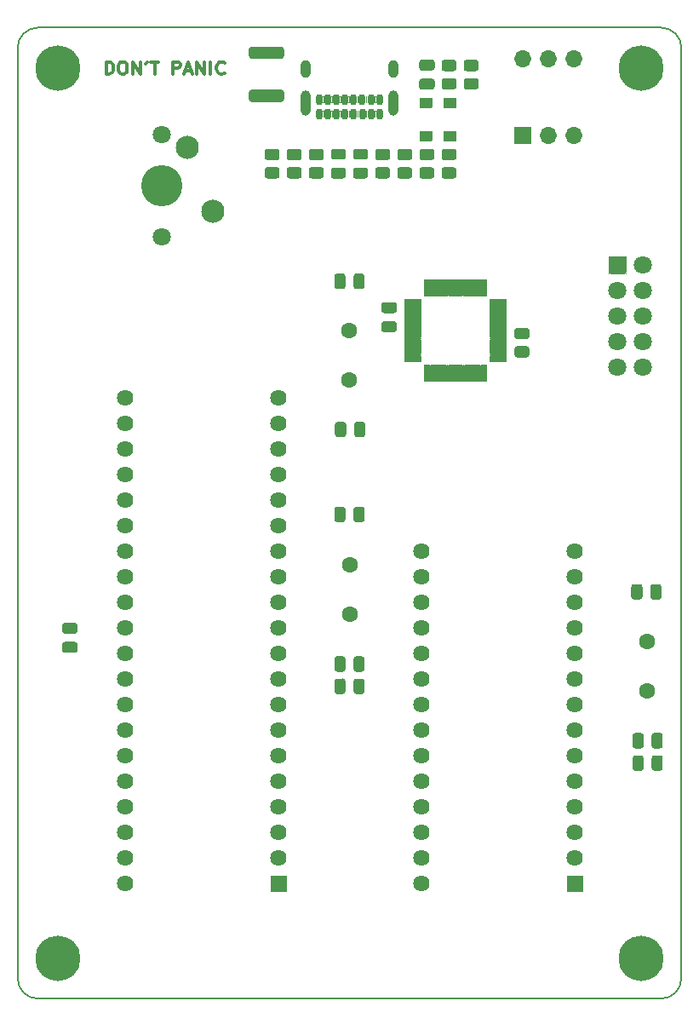
<source format=gbr>
%TF.GenerationSoftware,KiCad,Pcbnew,5.1.10-88a1d61d58~88~ubuntu21.04.1*%
%TF.CreationDate,2021-07-07T15:16:44+02:00*%
%TF.ProjectId,USBaspDualZif,55534261-7370-4447-9561-6c5a69662e6b,V1.0*%
%TF.SameCoordinates,Original*%
%TF.FileFunction,Soldermask,Top*%
%TF.FilePolarity,Negative*%
%FSLAX46Y46*%
G04 Gerber Fmt 4.6, Leading zero omitted, Abs format (unit mm)*
G04 Created by KiCad (PCBNEW 5.1.10-88a1d61d58~88~ubuntu21.04.1) date 2021-07-07 15:16:44*
%MOMM*%
%LPD*%
G01*
G04 APERTURE LIST*
%ADD10C,0.300000*%
%TA.AperFunction,Profile*%
%ADD11C,0.200000*%
%TD*%
%ADD12O,0.752000X1.102000*%
%ADD13O,1.002000X2.502000*%
%ADD14O,1.002000X1.802000*%
%ADD15C,2.302000*%
%ADD16C,4.102000*%
%ADD17C,1.802000*%
%ADD18C,1.602000*%
%ADD19C,1.626000*%
%ADD20O,1.702000X1.702000*%
%ADD21C,4.502000*%
%ADD22C,0.150000*%
G04 APERTURE END LIST*
D10*
X55618000Y-63026857D02*
X55618000Y-61826857D01*
X55927523Y-61826857D01*
X56113238Y-61884000D01*
X56237047Y-61998285D01*
X56298952Y-62112571D01*
X56360857Y-62341142D01*
X56360857Y-62512571D01*
X56298952Y-62741142D01*
X56237047Y-62855428D01*
X56113238Y-62969714D01*
X55927523Y-63026857D01*
X55618000Y-63026857D01*
X57165619Y-61826857D02*
X57413238Y-61826857D01*
X57537047Y-61884000D01*
X57660857Y-61998285D01*
X57722761Y-62226857D01*
X57722761Y-62626857D01*
X57660857Y-62855428D01*
X57537047Y-62969714D01*
X57413238Y-63026857D01*
X57165619Y-63026857D01*
X57041809Y-62969714D01*
X56918000Y-62855428D01*
X56856095Y-62626857D01*
X56856095Y-62226857D01*
X56918000Y-61998285D01*
X57041809Y-61884000D01*
X57165619Y-61826857D01*
X58279904Y-63026857D02*
X58279904Y-61826857D01*
X59022761Y-63026857D01*
X59022761Y-61826857D01*
X59703714Y-61826857D02*
X59579904Y-62055428D01*
X60075142Y-61826857D02*
X60818000Y-61826857D01*
X60446571Y-63026857D02*
X60446571Y-61826857D01*
X62241809Y-63026857D02*
X62241809Y-61826857D01*
X62737047Y-61826857D01*
X62860857Y-61884000D01*
X62922761Y-61941142D01*
X62984666Y-62055428D01*
X62984666Y-62226857D01*
X62922761Y-62341142D01*
X62860857Y-62398285D01*
X62737047Y-62455428D01*
X62241809Y-62455428D01*
X63479904Y-62684000D02*
X64098952Y-62684000D01*
X63356095Y-63026857D02*
X63789428Y-61826857D01*
X64222761Y-63026857D01*
X64656095Y-63026857D02*
X64656095Y-61826857D01*
X65398952Y-63026857D01*
X65398952Y-61826857D01*
X66018000Y-63026857D02*
X66018000Y-61826857D01*
X67379904Y-62912571D02*
X67318000Y-62969714D01*
X67132285Y-63026857D01*
X67008476Y-63026857D01*
X66822761Y-62969714D01*
X66698952Y-62855428D01*
X66637047Y-62741142D01*
X66575142Y-62512571D01*
X66575142Y-62341142D01*
X66637047Y-62112571D01*
X66698952Y-61998285D01*
X66822761Y-61884000D01*
X67008476Y-61826857D01*
X67132285Y-61826857D01*
X67318000Y-61884000D01*
X67379904Y-61941142D01*
D11*
X48821500Y-58418500D02*
G75*
G03*
X46821500Y-60418500I0J-2000000D01*
G01*
X46821500Y-152917500D02*
G75*
G03*
X48821500Y-154917500I2000000J0D01*
G01*
X110823500Y-154916000D02*
G75*
G03*
X112823500Y-152916000I0J2000000D01*
G01*
X112823500Y-60420000D02*
G75*
G03*
X110823500Y-58420000I-2000000J0D01*
G01*
X46821500Y-152917500D02*
X46821500Y-60418500D01*
X110823500Y-154916000D02*
X48821500Y-154917500D01*
X112823500Y-60420000D02*
X112823500Y-152916000D01*
X48821500Y-58418500D02*
X110823500Y-58420000D01*
D10*
X55618000Y-63026857D02*
X55618000Y-61826857D01*
X55927523Y-61826857D01*
X56113238Y-61884000D01*
X56237047Y-61998285D01*
X56298952Y-62112571D01*
X56360857Y-62341142D01*
X56360857Y-62512571D01*
X56298952Y-62741142D01*
X56237047Y-62855428D01*
X56113238Y-62969714D01*
X55927523Y-63026857D01*
X55618000Y-63026857D01*
X57165619Y-61826857D02*
X57413238Y-61826857D01*
X57537047Y-61884000D01*
X57660857Y-61998285D01*
X57722761Y-62226857D01*
X57722761Y-62626857D01*
X57660857Y-62855428D01*
X57537047Y-62969714D01*
X57413238Y-63026857D01*
X57165619Y-63026857D01*
X57041809Y-62969714D01*
X56918000Y-62855428D01*
X56856095Y-62626857D01*
X56856095Y-62226857D01*
X56918000Y-61998285D01*
X57041809Y-61884000D01*
X57165619Y-61826857D01*
X58279904Y-63026857D02*
X58279904Y-61826857D01*
X59022761Y-63026857D01*
X59022761Y-61826857D01*
X59703714Y-61826857D02*
X59579904Y-62055428D01*
X60075142Y-61826857D02*
X60818000Y-61826857D01*
X60446571Y-63026857D02*
X60446571Y-61826857D01*
X62241809Y-63026857D02*
X62241809Y-61826857D01*
X62737047Y-61826857D01*
X62860857Y-61884000D01*
X62922761Y-61941142D01*
X62984666Y-62055428D01*
X62984666Y-62226857D01*
X62922761Y-62341142D01*
X62860857Y-62398285D01*
X62737047Y-62455428D01*
X62241809Y-62455428D01*
X63479904Y-62684000D02*
X64098952Y-62684000D01*
X63356095Y-63026857D02*
X63789428Y-61826857D01*
X64222761Y-63026857D01*
X64656095Y-63026857D02*
X64656095Y-61826857D01*
X65398952Y-63026857D01*
X65398952Y-61826857D01*
X66018000Y-63026857D02*
X66018000Y-61826857D01*
X67379904Y-62912571D02*
X67318000Y-62969714D01*
X67132285Y-63026857D01*
X67008476Y-63026857D01*
X66822761Y-62969714D01*
X66698952Y-62855428D01*
X66637047Y-62741142D01*
X66575142Y-62512571D01*
X66575142Y-62341142D01*
X66637047Y-62112571D01*
X66698952Y-61998285D01*
X66822761Y-61884000D01*
X67008476Y-61826857D01*
X67132285Y-61826857D01*
X67318000Y-61884000D01*
X67379904Y-61941142D01*
D11*
X48821500Y-58418500D02*
G75*
G03*
X46821500Y-60418500I0J-2000000D01*
G01*
X46821500Y-152917500D02*
G75*
G03*
X48821500Y-154917500I2000000J0D01*
G01*
X110823500Y-154916000D02*
G75*
G03*
X112823500Y-152916000I0J2000000D01*
G01*
X112823500Y-60420000D02*
G75*
G03*
X110823500Y-58420000I-2000000J0D01*
G01*
X46821500Y-152917500D02*
X46821500Y-60418500D01*
X110823500Y-154916000D02*
X48821500Y-154917500D01*
X112823500Y-60420000D02*
X112823500Y-152916000D01*
X48821500Y-58418500D02*
X110823500Y-58420000D01*
D12*
X81094500Y-66996500D03*
X82794500Y-66996500D03*
X81944500Y-66996500D03*
X80244500Y-66996500D03*
X79394500Y-66996500D03*
X78544500Y-66996500D03*
X77694500Y-66996500D03*
X76844500Y-66996500D03*
X82794500Y-65544500D03*
X81939500Y-65544500D03*
X81089500Y-65544500D03*
X80239500Y-65544500D03*
X79389500Y-65544500D03*
X78539500Y-65544500D03*
X77689500Y-65544500D03*
X76839500Y-65544500D03*
D13*
X84144500Y-65953000D03*
X75494500Y-65953000D03*
D14*
X84144500Y-62573000D03*
X75494500Y-62573000D03*
D15*
X66205100Y-76644500D03*
X63665100Y-70294500D03*
D16*
X61125100Y-74104500D03*
D17*
X61125100Y-69024500D03*
X61125100Y-79184500D03*
D18*
X109385100Y-124310800D03*
X109385100Y-119430800D03*
X79883000Y-116703500D03*
X79883000Y-111823500D03*
X79819500Y-93399000D03*
X79819500Y-88519000D03*
D19*
X86995000Y-143505000D03*
X86995000Y-140965000D03*
X86995000Y-138425000D03*
X86995000Y-135885000D03*
X86995000Y-133345000D03*
X86995000Y-130805000D03*
X86995000Y-128265000D03*
X86995000Y-125725000D03*
X86995000Y-123185000D03*
X86995000Y-120645000D03*
X86995000Y-118105000D03*
X86995000Y-115565000D03*
X86995000Y-113025000D03*
X86995000Y-110485000D03*
X102235000Y-110485000D03*
X102235000Y-113025000D03*
X102235000Y-115565000D03*
X102235000Y-118105000D03*
X102235000Y-120645000D03*
X102235000Y-123185000D03*
X102235000Y-125725000D03*
X102235000Y-128265000D03*
X102235000Y-130805000D03*
X102235000Y-133345000D03*
X102235000Y-135885000D03*
X102235000Y-138425000D03*
X102235000Y-140965000D03*
G36*
G01*
X102997000Y-144318000D02*
X101473000Y-144318000D01*
G75*
G02*
X101422000Y-144267000I0J51000D01*
G01*
X101422000Y-142743000D01*
G75*
G02*
X101473000Y-142692000I51000J0D01*
G01*
X102997000Y-142692000D01*
G75*
G02*
X103048000Y-142743000I0J-51000D01*
G01*
X103048000Y-144267000D01*
G75*
G02*
X102997000Y-144318000I-51000J0D01*
G01*
G37*
G36*
G01*
X85259500Y-86009500D02*
X85259500Y-85459500D01*
G75*
G02*
X85310500Y-85408500I51000J0D01*
G01*
X86910500Y-85408500D01*
G75*
G02*
X86961500Y-85459500I0J-51000D01*
G01*
X86961500Y-86009500D01*
G75*
G02*
X86910500Y-86060500I-51000J0D01*
G01*
X85310500Y-86060500D01*
G75*
G02*
X85259500Y-86009500I0J51000D01*
G01*
G37*
G36*
G01*
X85259500Y-86809500D02*
X85259500Y-86259500D01*
G75*
G02*
X85310500Y-86208500I51000J0D01*
G01*
X86910500Y-86208500D01*
G75*
G02*
X86961500Y-86259500I0J-51000D01*
G01*
X86961500Y-86809500D01*
G75*
G02*
X86910500Y-86860500I-51000J0D01*
G01*
X85310500Y-86860500D01*
G75*
G02*
X85259500Y-86809500I0J51000D01*
G01*
G37*
G36*
G01*
X85259500Y-87609500D02*
X85259500Y-87059500D01*
G75*
G02*
X85310500Y-87008500I51000J0D01*
G01*
X86910500Y-87008500D01*
G75*
G02*
X86961500Y-87059500I0J-51000D01*
G01*
X86961500Y-87609500D01*
G75*
G02*
X86910500Y-87660500I-51000J0D01*
G01*
X85310500Y-87660500D01*
G75*
G02*
X85259500Y-87609500I0J51000D01*
G01*
G37*
G36*
G01*
X85259500Y-88409500D02*
X85259500Y-87859500D01*
G75*
G02*
X85310500Y-87808500I51000J0D01*
G01*
X86910500Y-87808500D01*
G75*
G02*
X86961500Y-87859500I0J-51000D01*
G01*
X86961500Y-88409500D01*
G75*
G02*
X86910500Y-88460500I-51000J0D01*
G01*
X85310500Y-88460500D01*
G75*
G02*
X85259500Y-88409500I0J51000D01*
G01*
G37*
G36*
G01*
X85259500Y-89209500D02*
X85259500Y-88659500D01*
G75*
G02*
X85310500Y-88608500I51000J0D01*
G01*
X86910500Y-88608500D01*
G75*
G02*
X86961500Y-88659500I0J-51000D01*
G01*
X86961500Y-89209500D01*
G75*
G02*
X86910500Y-89260500I-51000J0D01*
G01*
X85310500Y-89260500D01*
G75*
G02*
X85259500Y-89209500I0J51000D01*
G01*
G37*
G36*
G01*
X85259500Y-90009500D02*
X85259500Y-89459500D01*
G75*
G02*
X85310500Y-89408500I51000J0D01*
G01*
X86910500Y-89408500D01*
G75*
G02*
X86961500Y-89459500I0J-51000D01*
G01*
X86961500Y-90009500D01*
G75*
G02*
X86910500Y-90060500I-51000J0D01*
G01*
X85310500Y-90060500D01*
G75*
G02*
X85259500Y-90009500I0J51000D01*
G01*
G37*
G36*
G01*
X85259500Y-90809500D02*
X85259500Y-90259500D01*
G75*
G02*
X85310500Y-90208500I51000J0D01*
G01*
X86910500Y-90208500D01*
G75*
G02*
X86961500Y-90259500I0J-51000D01*
G01*
X86961500Y-90809500D01*
G75*
G02*
X86910500Y-90860500I-51000J0D01*
G01*
X85310500Y-90860500D01*
G75*
G02*
X85259500Y-90809500I0J51000D01*
G01*
G37*
G36*
G01*
X85259500Y-91609500D02*
X85259500Y-91059500D01*
G75*
G02*
X85310500Y-91008500I51000J0D01*
G01*
X86910500Y-91008500D01*
G75*
G02*
X86961500Y-91059500I0J-51000D01*
G01*
X86961500Y-91609500D01*
G75*
G02*
X86910500Y-91660500I-51000J0D01*
G01*
X85310500Y-91660500D01*
G75*
G02*
X85259500Y-91609500I0J51000D01*
G01*
G37*
G36*
G01*
X87835500Y-93635500D02*
X87285500Y-93635500D01*
G75*
G02*
X87234500Y-93584500I0J51000D01*
G01*
X87234500Y-91984500D01*
G75*
G02*
X87285500Y-91933500I51000J0D01*
G01*
X87835500Y-91933500D01*
G75*
G02*
X87886500Y-91984500I0J-51000D01*
G01*
X87886500Y-93584500D01*
G75*
G02*
X87835500Y-93635500I-51000J0D01*
G01*
G37*
G36*
G01*
X88635500Y-93635500D02*
X88085500Y-93635500D01*
G75*
G02*
X88034500Y-93584500I0J51000D01*
G01*
X88034500Y-91984500D01*
G75*
G02*
X88085500Y-91933500I51000J0D01*
G01*
X88635500Y-91933500D01*
G75*
G02*
X88686500Y-91984500I0J-51000D01*
G01*
X88686500Y-93584500D01*
G75*
G02*
X88635500Y-93635500I-51000J0D01*
G01*
G37*
G36*
G01*
X89435500Y-93635500D02*
X88885500Y-93635500D01*
G75*
G02*
X88834500Y-93584500I0J51000D01*
G01*
X88834500Y-91984500D01*
G75*
G02*
X88885500Y-91933500I51000J0D01*
G01*
X89435500Y-91933500D01*
G75*
G02*
X89486500Y-91984500I0J-51000D01*
G01*
X89486500Y-93584500D01*
G75*
G02*
X89435500Y-93635500I-51000J0D01*
G01*
G37*
G36*
G01*
X90235500Y-93635500D02*
X89685500Y-93635500D01*
G75*
G02*
X89634500Y-93584500I0J51000D01*
G01*
X89634500Y-91984500D01*
G75*
G02*
X89685500Y-91933500I51000J0D01*
G01*
X90235500Y-91933500D01*
G75*
G02*
X90286500Y-91984500I0J-51000D01*
G01*
X90286500Y-93584500D01*
G75*
G02*
X90235500Y-93635500I-51000J0D01*
G01*
G37*
G36*
G01*
X91035500Y-93635500D02*
X90485500Y-93635500D01*
G75*
G02*
X90434500Y-93584500I0J51000D01*
G01*
X90434500Y-91984500D01*
G75*
G02*
X90485500Y-91933500I51000J0D01*
G01*
X91035500Y-91933500D01*
G75*
G02*
X91086500Y-91984500I0J-51000D01*
G01*
X91086500Y-93584500D01*
G75*
G02*
X91035500Y-93635500I-51000J0D01*
G01*
G37*
G36*
G01*
X91835500Y-93635500D02*
X91285500Y-93635500D01*
G75*
G02*
X91234500Y-93584500I0J51000D01*
G01*
X91234500Y-91984500D01*
G75*
G02*
X91285500Y-91933500I51000J0D01*
G01*
X91835500Y-91933500D01*
G75*
G02*
X91886500Y-91984500I0J-51000D01*
G01*
X91886500Y-93584500D01*
G75*
G02*
X91835500Y-93635500I-51000J0D01*
G01*
G37*
G36*
G01*
X92635500Y-93635500D02*
X92085500Y-93635500D01*
G75*
G02*
X92034500Y-93584500I0J51000D01*
G01*
X92034500Y-91984500D01*
G75*
G02*
X92085500Y-91933500I51000J0D01*
G01*
X92635500Y-91933500D01*
G75*
G02*
X92686500Y-91984500I0J-51000D01*
G01*
X92686500Y-93584500D01*
G75*
G02*
X92635500Y-93635500I-51000J0D01*
G01*
G37*
G36*
G01*
X93435500Y-93635500D02*
X92885500Y-93635500D01*
G75*
G02*
X92834500Y-93584500I0J51000D01*
G01*
X92834500Y-91984500D01*
G75*
G02*
X92885500Y-91933500I51000J0D01*
G01*
X93435500Y-91933500D01*
G75*
G02*
X93486500Y-91984500I0J-51000D01*
G01*
X93486500Y-93584500D01*
G75*
G02*
X93435500Y-93635500I-51000J0D01*
G01*
G37*
G36*
G01*
X93759500Y-91609500D02*
X93759500Y-91059500D01*
G75*
G02*
X93810500Y-91008500I51000J0D01*
G01*
X95410500Y-91008500D01*
G75*
G02*
X95461500Y-91059500I0J-51000D01*
G01*
X95461500Y-91609500D01*
G75*
G02*
X95410500Y-91660500I-51000J0D01*
G01*
X93810500Y-91660500D01*
G75*
G02*
X93759500Y-91609500I0J51000D01*
G01*
G37*
G36*
G01*
X93759500Y-90809500D02*
X93759500Y-90259500D01*
G75*
G02*
X93810500Y-90208500I51000J0D01*
G01*
X95410500Y-90208500D01*
G75*
G02*
X95461500Y-90259500I0J-51000D01*
G01*
X95461500Y-90809500D01*
G75*
G02*
X95410500Y-90860500I-51000J0D01*
G01*
X93810500Y-90860500D01*
G75*
G02*
X93759500Y-90809500I0J51000D01*
G01*
G37*
G36*
G01*
X93759500Y-90009500D02*
X93759500Y-89459500D01*
G75*
G02*
X93810500Y-89408500I51000J0D01*
G01*
X95410500Y-89408500D01*
G75*
G02*
X95461500Y-89459500I0J-51000D01*
G01*
X95461500Y-90009500D01*
G75*
G02*
X95410500Y-90060500I-51000J0D01*
G01*
X93810500Y-90060500D01*
G75*
G02*
X93759500Y-90009500I0J51000D01*
G01*
G37*
G36*
G01*
X93759500Y-89209500D02*
X93759500Y-88659500D01*
G75*
G02*
X93810500Y-88608500I51000J0D01*
G01*
X95410500Y-88608500D01*
G75*
G02*
X95461500Y-88659500I0J-51000D01*
G01*
X95461500Y-89209500D01*
G75*
G02*
X95410500Y-89260500I-51000J0D01*
G01*
X93810500Y-89260500D01*
G75*
G02*
X93759500Y-89209500I0J51000D01*
G01*
G37*
G36*
G01*
X93759500Y-88409500D02*
X93759500Y-87859500D01*
G75*
G02*
X93810500Y-87808500I51000J0D01*
G01*
X95410500Y-87808500D01*
G75*
G02*
X95461500Y-87859500I0J-51000D01*
G01*
X95461500Y-88409500D01*
G75*
G02*
X95410500Y-88460500I-51000J0D01*
G01*
X93810500Y-88460500D01*
G75*
G02*
X93759500Y-88409500I0J51000D01*
G01*
G37*
G36*
G01*
X93759500Y-87609500D02*
X93759500Y-87059500D01*
G75*
G02*
X93810500Y-87008500I51000J0D01*
G01*
X95410500Y-87008500D01*
G75*
G02*
X95461500Y-87059500I0J-51000D01*
G01*
X95461500Y-87609500D01*
G75*
G02*
X95410500Y-87660500I-51000J0D01*
G01*
X93810500Y-87660500D01*
G75*
G02*
X93759500Y-87609500I0J51000D01*
G01*
G37*
G36*
G01*
X93759500Y-86809500D02*
X93759500Y-86259500D01*
G75*
G02*
X93810500Y-86208500I51000J0D01*
G01*
X95410500Y-86208500D01*
G75*
G02*
X95461500Y-86259500I0J-51000D01*
G01*
X95461500Y-86809500D01*
G75*
G02*
X95410500Y-86860500I-51000J0D01*
G01*
X93810500Y-86860500D01*
G75*
G02*
X93759500Y-86809500I0J51000D01*
G01*
G37*
G36*
G01*
X93759500Y-86009500D02*
X93759500Y-85459500D01*
G75*
G02*
X93810500Y-85408500I51000J0D01*
G01*
X95410500Y-85408500D01*
G75*
G02*
X95461500Y-85459500I0J-51000D01*
G01*
X95461500Y-86009500D01*
G75*
G02*
X95410500Y-86060500I-51000J0D01*
G01*
X93810500Y-86060500D01*
G75*
G02*
X93759500Y-86009500I0J51000D01*
G01*
G37*
G36*
G01*
X93435500Y-85135500D02*
X92885500Y-85135500D01*
G75*
G02*
X92834500Y-85084500I0J51000D01*
G01*
X92834500Y-83484500D01*
G75*
G02*
X92885500Y-83433500I51000J0D01*
G01*
X93435500Y-83433500D01*
G75*
G02*
X93486500Y-83484500I0J-51000D01*
G01*
X93486500Y-85084500D01*
G75*
G02*
X93435500Y-85135500I-51000J0D01*
G01*
G37*
G36*
G01*
X92635500Y-85135500D02*
X92085500Y-85135500D01*
G75*
G02*
X92034500Y-85084500I0J51000D01*
G01*
X92034500Y-83484500D01*
G75*
G02*
X92085500Y-83433500I51000J0D01*
G01*
X92635500Y-83433500D01*
G75*
G02*
X92686500Y-83484500I0J-51000D01*
G01*
X92686500Y-85084500D01*
G75*
G02*
X92635500Y-85135500I-51000J0D01*
G01*
G37*
G36*
G01*
X91835500Y-85135500D02*
X91285500Y-85135500D01*
G75*
G02*
X91234500Y-85084500I0J51000D01*
G01*
X91234500Y-83484500D01*
G75*
G02*
X91285500Y-83433500I51000J0D01*
G01*
X91835500Y-83433500D01*
G75*
G02*
X91886500Y-83484500I0J-51000D01*
G01*
X91886500Y-85084500D01*
G75*
G02*
X91835500Y-85135500I-51000J0D01*
G01*
G37*
G36*
G01*
X91035500Y-85135500D02*
X90485500Y-85135500D01*
G75*
G02*
X90434500Y-85084500I0J51000D01*
G01*
X90434500Y-83484500D01*
G75*
G02*
X90485500Y-83433500I51000J0D01*
G01*
X91035500Y-83433500D01*
G75*
G02*
X91086500Y-83484500I0J-51000D01*
G01*
X91086500Y-85084500D01*
G75*
G02*
X91035500Y-85135500I-51000J0D01*
G01*
G37*
G36*
G01*
X90235500Y-85135500D02*
X89685500Y-85135500D01*
G75*
G02*
X89634500Y-85084500I0J51000D01*
G01*
X89634500Y-83484500D01*
G75*
G02*
X89685500Y-83433500I51000J0D01*
G01*
X90235500Y-83433500D01*
G75*
G02*
X90286500Y-83484500I0J-51000D01*
G01*
X90286500Y-85084500D01*
G75*
G02*
X90235500Y-85135500I-51000J0D01*
G01*
G37*
G36*
G01*
X89435500Y-85135500D02*
X88885500Y-85135500D01*
G75*
G02*
X88834500Y-85084500I0J51000D01*
G01*
X88834500Y-83484500D01*
G75*
G02*
X88885500Y-83433500I51000J0D01*
G01*
X89435500Y-83433500D01*
G75*
G02*
X89486500Y-83484500I0J-51000D01*
G01*
X89486500Y-85084500D01*
G75*
G02*
X89435500Y-85135500I-51000J0D01*
G01*
G37*
G36*
G01*
X88635500Y-85135500D02*
X88085500Y-85135500D01*
G75*
G02*
X88034500Y-85084500I0J51000D01*
G01*
X88034500Y-83484500D01*
G75*
G02*
X88085500Y-83433500I51000J0D01*
G01*
X88635500Y-83433500D01*
G75*
G02*
X88686500Y-83484500I0J-51000D01*
G01*
X88686500Y-85084500D01*
G75*
G02*
X88635500Y-85135500I-51000J0D01*
G01*
G37*
G36*
G01*
X87835500Y-85135500D02*
X87285500Y-85135500D01*
G75*
G02*
X87234500Y-85084500I0J51000D01*
G01*
X87234500Y-83484500D01*
G75*
G02*
X87285500Y-83433500I51000J0D01*
G01*
X87835500Y-83433500D01*
G75*
G02*
X87886500Y-83484500I0J-51000D01*
G01*
X87886500Y-85084500D01*
G75*
G02*
X87835500Y-85135500I-51000J0D01*
G01*
G37*
D17*
X109029500Y-92202000D03*
X109029500Y-89662000D03*
X109029500Y-87122000D03*
X109029500Y-84582000D03*
X109029500Y-82042000D03*
X106489500Y-92202000D03*
X106489500Y-89662000D03*
X106489500Y-87122000D03*
X106489500Y-84582000D03*
G36*
G01*
X105588500Y-82678000D02*
X105588500Y-81406000D01*
G75*
G02*
X105853500Y-81141000I265000J0D01*
G01*
X107125500Y-81141000D01*
G75*
G02*
X107390500Y-81406000I0J-265000D01*
G01*
X107390500Y-82678000D01*
G75*
G02*
X107125500Y-82943000I-265000J0D01*
G01*
X105853500Y-82943000D01*
G75*
G02*
X105588500Y-82678000I0J265000D01*
G01*
G37*
G36*
G01*
X90419500Y-66396500D02*
X89219500Y-66396500D01*
G75*
G02*
X89168500Y-66345500I0J51000D01*
G01*
X89168500Y-65445500D01*
G75*
G02*
X89219500Y-65394500I51000J0D01*
G01*
X90419500Y-65394500D01*
G75*
G02*
X90470500Y-65445500I0J-51000D01*
G01*
X90470500Y-66345500D01*
G75*
G02*
X90419500Y-66396500I-51000J0D01*
G01*
G37*
G36*
G01*
X90419500Y-69696500D02*
X89219500Y-69696500D01*
G75*
G02*
X89168500Y-69645500I0J51000D01*
G01*
X89168500Y-68745500D01*
G75*
G02*
X89219500Y-68694500I51000J0D01*
G01*
X90419500Y-68694500D01*
G75*
G02*
X90470500Y-68745500I0J-51000D01*
G01*
X90470500Y-69645500D01*
G75*
G02*
X90419500Y-69696500I-51000J0D01*
G01*
G37*
G36*
G01*
X88019500Y-66396500D02*
X86819500Y-66396500D01*
G75*
G02*
X86768500Y-66345500I0J51000D01*
G01*
X86768500Y-65445500D01*
G75*
G02*
X86819500Y-65394500I51000J0D01*
G01*
X88019500Y-65394500D01*
G75*
G02*
X88070500Y-65445500I0J-51000D01*
G01*
X88070500Y-66345500D01*
G75*
G02*
X88019500Y-66396500I-51000J0D01*
G01*
G37*
G36*
G01*
X88019500Y-69696500D02*
X86819500Y-69696500D01*
G75*
G02*
X86768500Y-69645500I0J51000D01*
G01*
X86768500Y-68745500D01*
G75*
G02*
X86819500Y-68694500I51000J0D01*
G01*
X88019500Y-68694500D01*
G75*
G02*
X88070500Y-68745500I0J-51000D01*
G01*
X88070500Y-69645500D01*
G75*
G02*
X88019500Y-69696500I-51000J0D01*
G01*
G37*
D20*
X97028000Y-61531500D03*
X102108000Y-69151500D03*
X99568000Y-61531500D03*
X99568000Y-69151500D03*
X102108000Y-61531500D03*
G36*
G01*
X97828000Y-70002500D02*
X96228000Y-70002500D01*
G75*
G02*
X96177000Y-69951500I0J51000D01*
G01*
X96177000Y-68351500D01*
G75*
G02*
X96228000Y-68300500I51000J0D01*
G01*
X97828000Y-68300500D01*
G75*
G02*
X97879000Y-68351500I0J-51000D01*
G01*
X97879000Y-69951500D01*
G75*
G02*
X97828000Y-70002500I-51000J0D01*
G01*
G37*
G36*
G01*
X71643375Y-72294500D02*
X72595625Y-72294500D01*
G75*
G02*
X72870500Y-72569375I0J-274875D01*
G01*
X72870500Y-73146625D01*
G75*
G02*
X72595625Y-73421500I-274875J0D01*
G01*
X71643375Y-73421500D01*
G75*
G02*
X71368500Y-73146625I0J274875D01*
G01*
X71368500Y-72569375D01*
G75*
G02*
X71643375Y-72294500I274875J0D01*
G01*
G37*
G36*
G01*
X71643375Y-70469500D02*
X72595625Y-70469500D01*
G75*
G02*
X72870500Y-70744375I0J-274875D01*
G01*
X72870500Y-71321625D01*
G75*
G02*
X72595625Y-71596500I-274875J0D01*
G01*
X71643375Y-71596500D01*
G75*
G02*
X71368500Y-71321625I0J274875D01*
G01*
X71368500Y-70744375D01*
G75*
G02*
X71643375Y-70469500I274875J0D01*
G01*
G37*
D21*
X108826000Y-150923500D03*
X50826000Y-150923500D03*
X108826000Y-62423500D03*
X50826000Y-62423500D03*
G36*
G01*
X73042836Y-61531500D02*
X70086164Y-61531500D01*
G75*
G02*
X69813500Y-61258836I0J272664D01*
G01*
X69813500Y-60577164D01*
G75*
G02*
X70086164Y-60304500I272664J0D01*
G01*
X73042836Y-60304500D01*
G75*
G02*
X73315500Y-60577164I0J-272664D01*
G01*
X73315500Y-61258836D01*
G75*
G02*
X73042836Y-61531500I-272664J0D01*
G01*
G37*
G36*
G01*
X73042836Y-65806500D02*
X70086164Y-65806500D01*
G75*
G02*
X69813500Y-65533836I0J272664D01*
G01*
X69813500Y-64852164D01*
G75*
G02*
X70086164Y-64579500I272664J0D01*
G01*
X73042836Y-64579500D01*
G75*
G02*
X73315500Y-64852164I0J-272664D01*
G01*
X73315500Y-65533836D01*
G75*
G02*
X73042836Y-65806500I-272664J0D01*
G01*
G37*
G36*
G01*
X90195625Y-71596500D02*
X89243375Y-71596500D01*
G75*
G02*
X88968500Y-71321625I0J274875D01*
G01*
X88968500Y-70744375D01*
G75*
G02*
X89243375Y-70469500I274875J0D01*
G01*
X90195625Y-70469500D01*
G75*
G02*
X90470500Y-70744375I0J-274875D01*
G01*
X90470500Y-71321625D01*
G75*
G02*
X90195625Y-71596500I-274875J0D01*
G01*
G37*
G36*
G01*
X90195625Y-73421500D02*
X89243375Y-73421500D01*
G75*
G02*
X88968500Y-73146625I0J274875D01*
G01*
X88968500Y-72569375D01*
G75*
G02*
X89243375Y-72294500I274875J0D01*
G01*
X90195625Y-72294500D01*
G75*
G02*
X90470500Y-72569375I0J-274875D01*
G01*
X90470500Y-73146625D01*
G75*
G02*
X90195625Y-73421500I-274875J0D01*
G01*
G37*
G36*
G01*
X87995625Y-71596500D02*
X87043375Y-71596500D01*
G75*
G02*
X86768500Y-71321625I0J274875D01*
G01*
X86768500Y-70744375D01*
G75*
G02*
X87043375Y-70469500I274875J0D01*
G01*
X87995625Y-70469500D01*
G75*
G02*
X88270500Y-70744375I0J-274875D01*
G01*
X88270500Y-71321625D01*
G75*
G02*
X87995625Y-71596500I-274875J0D01*
G01*
G37*
G36*
G01*
X87995625Y-73421500D02*
X87043375Y-73421500D01*
G75*
G02*
X86768500Y-73146625I0J274875D01*
G01*
X86768500Y-72569375D01*
G75*
G02*
X87043375Y-72294500I274875J0D01*
G01*
X87995625Y-72294500D01*
G75*
G02*
X88270500Y-72569375I0J-274875D01*
G01*
X88270500Y-73146625D01*
G75*
G02*
X87995625Y-73421500I-274875J0D01*
G01*
G37*
G36*
G01*
X85795625Y-71596500D02*
X84843375Y-71596500D01*
G75*
G02*
X84568500Y-71321625I0J274875D01*
G01*
X84568500Y-70744375D01*
G75*
G02*
X84843375Y-70469500I274875J0D01*
G01*
X85795625Y-70469500D01*
G75*
G02*
X86070500Y-70744375I0J-274875D01*
G01*
X86070500Y-71321625D01*
G75*
G02*
X85795625Y-71596500I-274875J0D01*
G01*
G37*
G36*
G01*
X85795625Y-73421500D02*
X84843375Y-73421500D01*
G75*
G02*
X84568500Y-73146625I0J274875D01*
G01*
X84568500Y-72569375D01*
G75*
G02*
X84843375Y-72294500I274875J0D01*
G01*
X85795625Y-72294500D01*
G75*
G02*
X86070500Y-72569375I0J-274875D01*
G01*
X86070500Y-73146625D01*
G75*
G02*
X85795625Y-73421500I-274875J0D01*
G01*
G37*
G36*
G01*
X82643375Y-72294500D02*
X83595625Y-72294500D01*
G75*
G02*
X83870500Y-72569375I0J-274875D01*
G01*
X83870500Y-73146625D01*
G75*
G02*
X83595625Y-73421500I-274875J0D01*
G01*
X82643375Y-73421500D01*
G75*
G02*
X82368500Y-73146625I0J274875D01*
G01*
X82368500Y-72569375D01*
G75*
G02*
X82643375Y-72294500I274875J0D01*
G01*
G37*
G36*
G01*
X82643375Y-70469500D02*
X83595625Y-70469500D01*
G75*
G02*
X83870500Y-70744375I0J-274875D01*
G01*
X83870500Y-71321625D01*
G75*
G02*
X83595625Y-71596500I-274875J0D01*
G01*
X82643375Y-71596500D01*
G75*
G02*
X82368500Y-71321625I0J274875D01*
G01*
X82368500Y-70744375D01*
G75*
G02*
X82643375Y-70469500I274875J0D01*
G01*
G37*
G36*
G01*
X76043375Y-72294500D02*
X76995625Y-72294500D01*
G75*
G02*
X77270500Y-72569375I0J-274875D01*
G01*
X77270500Y-73146625D01*
G75*
G02*
X76995625Y-73421500I-274875J0D01*
G01*
X76043375Y-73421500D01*
G75*
G02*
X75768500Y-73146625I0J274875D01*
G01*
X75768500Y-72569375D01*
G75*
G02*
X76043375Y-72294500I274875J0D01*
G01*
G37*
G36*
G01*
X76043375Y-70469500D02*
X76995625Y-70469500D01*
G75*
G02*
X77270500Y-70744375I0J-274875D01*
G01*
X77270500Y-71321625D01*
G75*
G02*
X76995625Y-71596500I-274875J0D01*
G01*
X76043375Y-71596500D01*
G75*
G02*
X75768500Y-71321625I0J274875D01*
G01*
X75768500Y-70744375D01*
G75*
G02*
X76043375Y-70469500I274875J0D01*
G01*
G37*
G36*
G01*
X73843375Y-72294500D02*
X74795625Y-72294500D01*
G75*
G02*
X75070500Y-72569375I0J-274875D01*
G01*
X75070500Y-73146625D01*
G75*
G02*
X74795625Y-73421500I-274875J0D01*
G01*
X73843375Y-73421500D01*
G75*
G02*
X73568500Y-73146625I0J274875D01*
G01*
X73568500Y-72569375D01*
G75*
G02*
X73843375Y-72294500I274875J0D01*
G01*
G37*
G36*
G01*
X73843375Y-70469500D02*
X74795625Y-70469500D01*
G75*
G02*
X75070500Y-70744375I0J-274875D01*
G01*
X75070500Y-71321625D01*
G75*
G02*
X74795625Y-71596500I-274875J0D01*
G01*
X73843375Y-71596500D01*
G75*
G02*
X73568500Y-71321625I0J274875D01*
G01*
X73568500Y-70744375D01*
G75*
G02*
X73843375Y-70469500I274875J0D01*
G01*
G37*
G36*
G01*
X81401250Y-71546500D02*
X80437750Y-71546500D01*
G75*
G02*
X80168500Y-71277250I0J269250D01*
G01*
X80168500Y-70738750D01*
G75*
G02*
X80437750Y-70469500I269250J0D01*
G01*
X81401250Y-70469500D01*
G75*
G02*
X81670500Y-70738750I0J-269250D01*
G01*
X81670500Y-71277250D01*
G75*
G02*
X81401250Y-71546500I-269250J0D01*
G01*
G37*
G36*
G01*
X81401250Y-73421500D02*
X80437750Y-73421500D01*
G75*
G02*
X80168500Y-73152250I0J269250D01*
G01*
X80168500Y-72613750D01*
G75*
G02*
X80437750Y-72344500I269250J0D01*
G01*
X81401250Y-72344500D01*
G75*
G02*
X81670500Y-72613750I0J-269250D01*
G01*
X81670500Y-73152250D01*
G75*
G02*
X81401250Y-73421500I-269250J0D01*
G01*
G37*
G36*
G01*
X79201250Y-71546500D02*
X78237750Y-71546500D01*
G75*
G02*
X77968500Y-71277250I0J269250D01*
G01*
X77968500Y-70738750D01*
G75*
G02*
X78237750Y-70469500I269250J0D01*
G01*
X79201250Y-70469500D01*
G75*
G02*
X79470500Y-70738750I0J-269250D01*
G01*
X79470500Y-71277250D01*
G75*
G02*
X79201250Y-71546500I-269250J0D01*
G01*
G37*
G36*
G01*
X79201250Y-73421500D02*
X78237750Y-73421500D01*
G75*
G02*
X77968500Y-73152250I0J269250D01*
G01*
X77968500Y-72613750D01*
G75*
G02*
X78237750Y-72344500I269250J0D01*
G01*
X79201250Y-72344500D01*
G75*
G02*
X79470500Y-72613750I0J-269250D01*
G01*
X79470500Y-73152250D01*
G75*
G02*
X79201250Y-73421500I-269250J0D01*
G01*
G37*
G36*
G01*
X84257000Y-86802000D02*
X83256000Y-86802000D01*
G75*
G02*
X82980500Y-86526500I0J275500D01*
G01*
X82980500Y-85975500D01*
G75*
G02*
X83256000Y-85700000I275500J0D01*
G01*
X84257000Y-85700000D01*
G75*
G02*
X84532500Y-85975500I0J-275500D01*
G01*
X84532500Y-86526500D01*
G75*
G02*
X84257000Y-86802000I-275500J0D01*
G01*
G37*
G36*
G01*
X84257000Y-88702000D02*
X83256000Y-88702000D01*
G75*
G02*
X82980500Y-88426500I0J275500D01*
G01*
X82980500Y-87875500D01*
G75*
G02*
X83256000Y-87600000I275500J0D01*
G01*
X84257000Y-87600000D01*
G75*
G02*
X84532500Y-87875500I0J-275500D01*
G01*
X84532500Y-88426500D01*
G75*
G02*
X84257000Y-88702000I-275500J0D01*
G01*
G37*
G36*
G01*
X80282000Y-98862000D02*
X80282000Y-97861000D01*
G75*
G02*
X80557500Y-97585500I275500J0D01*
G01*
X81108500Y-97585500D01*
G75*
G02*
X81384000Y-97861000I0J-275500D01*
G01*
X81384000Y-98862000D01*
G75*
G02*
X81108500Y-99137500I-275500J0D01*
G01*
X80557500Y-99137500D01*
G75*
G02*
X80282000Y-98862000I0J275500D01*
G01*
G37*
G36*
G01*
X78382000Y-98862000D02*
X78382000Y-97861000D01*
G75*
G02*
X78657500Y-97585500I275500J0D01*
G01*
X79208500Y-97585500D01*
G75*
G02*
X79484000Y-97861000I0J-275500D01*
G01*
X79484000Y-98862000D01*
G75*
G02*
X79208500Y-99137500I-275500J0D01*
G01*
X78657500Y-99137500D01*
G75*
G02*
X78382000Y-98862000I0J275500D01*
G01*
G37*
G36*
G01*
X79420500Y-83129000D02*
X79420500Y-84130000D01*
G75*
G02*
X79145000Y-84405500I-275500J0D01*
G01*
X78594000Y-84405500D01*
G75*
G02*
X78318500Y-84130000I0J275500D01*
G01*
X78318500Y-83129000D01*
G75*
G02*
X78594000Y-82853500I275500J0D01*
G01*
X79145000Y-82853500D01*
G75*
G02*
X79420500Y-83129000I0J-275500D01*
G01*
G37*
G36*
G01*
X81320500Y-83129000D02*
X81320500Y-84130000D01*
G75*
G02*
X81045000Y-84405500I-275500J0D01*
G01*
X80494000Y-84405500D01*
G75*
G02*
X80218500Y-84130000I0J275500D01*
G01*
X80218500Y-83129000D01*
G75*
G02*
X80494000Y-82853500I275500J0D01*
G01*
X81045000Y-82853500D01*
G75*
G02*
X81320500Y-83129000I0J-275500D01*
G01*
G37*
G36*
G01*
X88020000Y-62696500D02*
X87019000Y-62696500D01*
G75*
G02*
X86743500Y-62421000I0J275500D01*
G01*
X86743500Y-61870000D01*
G75*
G02*
X87019000Y-61594500I275500J0D01*
G01*
X88020000Y-61594500D01*
G75*
G02*
X88295500Y-61870000I0J-275500D01*
G01*
X88295500Y-62421000D01*
G75*
G02*
X88020000Y-62696500I-275500J0D01*
G01*
G37*
G36*
G01*
X88020000Y-64596500D02*
X87019000Y-64596500D01*
G75*
G02*
X86743500Y-64321000I0J275500D01*
G01*
X86743500Y-63770000D01*
G75*
G02*
X87019000Y-63494500I275500J0D01*
G01*
X88020000Y-63494500D01*
G75*
G02*
X88295500Y-63770000I0J-275500D01*
G01*
X88295500Y-64321000D01*
G75*
G02*
X88020000Y-64596500I-275500J0D01*
G01*
G37*
D19*
X57531000Y-143510000D03*
X57531000Y-140970000D03*
X57531000Y-138430000D03*
X57531000Y-135890000D03*
X57531000Y-133350000D03*
X57531000Y-130810000D03*
X57531000Y-128270000D03*
X57531000Y-125730000D03*
X57531000Y-123190000D03*
X57531000Y-120650000D03*
X57531000Y-118110000D03*
X57531000Y-115570000D03*
X57531000Y-113030000D03*
X57531000Y-110490000D03*
X57531000Y-107950000D03*
X57531000Y-105410000D03*
X57531000Y-102870000D03*
X57531000Y-100330000D03*
X57531000Y-97790000D03*
X57531000Y-95250000D03*
X72771000Y-95250000D03*
X72771000Y-97790000D03*
X72771000Y-100330000D03*
X72771000Y-102870000D03*
X72771000Y-105410000D03*
X72771000Y-107950000D03*
X72771000Y-110490000D03*
X72771000Y-113030000D03*
X72771000Y-115570000D03*
X72771000Y-118110000D03*
X72771000Y-120650000D03*
X72771000Y-123190000D03*
X72771000Y-125730000D03*
X72771000Y-128270000D03*
X72771000Y-130810000D03*
X72771000Y-133350000D03*
X72771000Y-135890000D03*
X72771000Y-138430000D03*
X72771000Y-140970000D03*
G36*
G01*
X73533000Y-144323000D02*
X72009000Y-144323000D01*
G75*
G02*
X71958000Y-144272000I0J51000D01*
G01*
X71958000Y-142748000D01*
G75*
G02*
X72009000Y-142697000I51000J0D01*
G01*
X73533000Y-142697000D01*
G75*
G02*
X73584000Y-142748000I0J-51000D01*
G01*
X73584000Y-144272000D01*
G75*
G02*
X73533000Y-144323000I-51000J0D01*
G01*
G37*
G36*
G01*
X97440625Y-89376500D02*
X96488375Y-89376500D01*
G75*
G02*
X96213500Y-89101625I0J274875D01*
G01*
X96213500Y-88524375D01*
G75*
G02*
X96488375Y-88249500I274875J0D01*
G01*
X97440625Y-88249500D01*
G75*
G02*
X97715500Y-88524375I0J-274875D01*
G01*
X97715500Y-89101625D01*
G75*
G02*
X97440625Y-89376500I-274875J0D01*
G01*
G37*
G36*
G01*
X97440625Y-91201500D02*
X96488375Y-91201500D01*
G75*
G02*
X96213500Y-90926625I0J274875D01*
G01*
X96213500Y-90349375D01*
G75*
G02*
X96488375Y-90074500I274875J0D01*
G01*
X97440625Y-90074500D01*
G75*
G02*
X97715500Y-90349375I0J-274875D01*
G01*
X97715500Y-90926625D01*
G75*
G02*
X97440625Y-91201500I-274875J0D01*
G01*
G37*
G36*
G01*
X91443375Y-63444500D02*
X92395625Y-63444500D01*
G75*
G02*
X92670500Y-63719375I0J-274875D01*
G01*
X92670500Y-64296625D01*
G75*
G02*
X92395625Y-64571500I-274875J0D01*
G01*
X91443375Y-64571500D01*
G75*
G02*
X91168500Y-64296625I0J274875D01*
G01*
X91168500Y-63719375D01*
G75*
G02*
X91443375Y-63444500I274875J0D01*
G01*
G37*
G36*
G01*
X91443375Y-61619500D02*
X92395625Y-61619500D01*
G75*
G02*
X92670500Y-61894375I0J-274875D01*
G01*
X92670500Y-62471625D01*
G75*
G02*
X92395625Y-62746500I-274875J0D01*
G01*
X91443375Y-62746500D01*
G75*
G02*
X91168500Y-62471625I0J274875D01*
G01*
X91168500Y-61894375D01*
G75*
G02*
X91443375Y-61619500I274875J0D01*
G01*
G37*
G36*
G01*
X89243375Y-63444500D02*
X90195625Y-63444500D01*
G75*
G02*
X90470500Y-63719375I0J-274875D01*
G01*
X90470500Y-64296625D01*
G75*
G02*
X90195625Y-64571500I-274875J0D01*
G01*
X89243375Y-64571500D01*
G75*
G02*
X88968500Y-64296625I0J274875D01*
G01*
X88968500Y-63719375D01*
G75*
G02*
X89243375Y-63444500I274875J0D01*
G01*
G37*
G36*
G01*
X89243375Y-61619500D02*
X90195625Y-61619500D01*
G75*
G02*
X90470500Y-61894375I0J-274875D01*
G01*
X90470500Y-62471625D01*
G75*
G02*
X90195625Y-62746500I-274875J0D01*
G01*
X89243375Y-62746500D01*
G75*
G02*
X88968500Y-62471625I0J274875D01*
G01*
X88968500Y-61894375D01*
G75*
G02*
X89243375Y-61619500I274875J0D01*
G01*
G37*
G36*
G01*
X109873000Y-132009000D02*
X109873000Y-131008000D01*
G75*
G02*
X110148500Y-130732500I275500J0D01*
G01*
X110699500Y-130732500D01*
G75*
G02*
X110975000Y-131008000I0J-275500D01*
G01*
X110975000Y-132009000D01*
G75*
G02*
X110699500Y-132284500I-275500J0D01*
G01*
X110148500Y-132284500D01*
G75*
G02*
X109873000Y-132009000I0J275500D01*
G01*
G37*
G36*
G01*
X107973000Y-132009000D02*
X107973000Y-131008000D01*
G75*
G02*
X108248500Y-130732500I275500J0D01*
G01*
X108799500Y-130732500D01*
G75*
G02*
X109075000Y-131008000I0J-275500D01*
G01*
X109075000Y-132009000D01*
G75*
G02*
X108799500Y-132284500I-275500J0D01*
G01*
X108248500Y-132284500D01*
G75*
G02*
X107973000Y-132009000I0J275500D01*
G01*
G37*
G36*
G01*
X109746000Y-114991000D02*
X109746000Y-113990000D01*
G75*
G02*
X110021500Y-113714500I275500J0D01*
G01*
X110572500Y-113714500D01*
G75*
G02*
X110848000Y-113990000I0J-275500D01*
G01*
X110848000Y-114991000D01*
G75*
G02*
X110572500Y-115266500I-275500J0D01*
G01*
X110021500Y-115266500D01*
G75*
G02*
X109746000Y-114991000I0J275500D01*
G01*
G37*
G36*
G01*
X107846000Y-114991000D02*
X107846000Y-113990000D01*
G75*
G02*
X108121500Y-113714500I275500J0D01*
G01*
X108672500Y-113714500D01*
G75*
G02*
X108948000Y-113990000I0J-275500D01*
G01*
X108948000Y-114991000D01*
G75*
G02*
X108672500Y-115266500I-275500J0D01*
G01*
X108121500Y-115266500D01*
G75*
G02*
X107846000Y-114991000I0J275500D01*
G01*
G37*
G36*
G01*
X109873000Y-129786500D02*
X109873000Y-128785500D01*
G75*
G02*
X110148500Y-128510000I275500J0D01*
G01*
X110699500Y-128510000D01*
G75*
G02*
X110975000Y-128785500I0J-275500D01*
G01*
X110975000Y-129786500D01*
G75*
G02*
X110699500Y-130062000I-275500J0D01*
G01*
X110148500Y-130062000D01*
G75*
G02*
X109873000Y-129786500I0J275500D01*
G01*
G37*
G36*
G01*
X107973000Y-129786500D02*
X107973000Y-128785500D01*
G75*
G02*
X108248500Y-128510000I275500J0D01*
G01*
X108799500Y-128510000D01*
G75*
G02*
X109075000Y-128785500I0J-275500D01*
G01*
X109075000Y-129786500D01*
G75*
G02*
X108799500Y-130062000I-275500J0D01*
G01*
X108248500Y-130062000D01*
G75*
G02*
X107973000Y-129786500I0J275500D01*
G01*
G37*
G36*
G01*
X52507000Y-118663500D02*
X51506000Y-118663500D01*
G75*
G02*
X51230500Y-118388000I0J275500D01*
G01*
X51230500Y-117837000D01*
G75*
G02*
X51506000Y-117561500I275500J0D01*
G01*
X52507000Y-117561500D01*
G75*
G02*
X52782500Y-117837000I0J-275500D01*
G01*
X52782500Y-118388000D01*
G75*
G02*
X52507000Y-118663500I-275500J0D01*
G01*
G37*
G36*
G01*
X52507000Y-120563500D02*
X51506000Y-120563500D01*
G75*
G02*
X51230500Y-120288000I0J275500D01*
G01*
X51230500Y-119737000D01*
G75*
G02*
X51506000Y-119461500I275500J0D01*
G01*
X52507000Y-119461500D01*
G75*
G02*
X52782500Y-119737000I0J-275500D01*
G01*
X52782500Y-120288000D01*
G75*
G02*
X52507000Y-120563500I-275500J0D01*
G01*
G37*
G36*
G01*
X79420500Y-123385500D02*
X79420500Y-124386500D01*
G75*
G02*
X79145000Y-124662000I-275500J0D01*
G01*
X78594000Y-124662000D01*
G75*
G02*
X78318500Y-124386500I0J275500D01*
G01*
X78318500Y-123385500D01*
G75*
G02*
X78594000Y-123110000I275500J0D01*
G01*
X79145000Y-123110000D01*
G75*
G02*
X79420500Y-123385500I0J-275500D01*
G01*
G37*
G36*
G01*
X81320500Y-123385500D02*
X81320500Y-124386500D01*
G75*
G02*
X81045000Y-124662000I-275500J0D01*
G01*
X80494000Y-124662000D01*
G75*
G02*
X80218500Y-124386500I0J275500D01*
G01*
X80218500Y-123385500D01*
G75*
G02*
X80494000Y-123110000I275500J0D01*
G01*
X81045000Y-123110000D01*
G75*
G02*
X81320500Y-123385500I0J-275500D01*
G01*
G37*
G36*
G01*
X79420500Y-121165500D02*
X79420500Y-122166500D01*
G75*
G02*
X79145000Y-122442000I-275500J0D01*
G01*
X78594000Y-122442000D01*
G75*
G02*
X78318500Y-122166500I0J275500D01*
G01*
X78318500Y-121165500D01*
G75*
G02*
X78594000Y-120890000I275500J0D01*
G01*
X79145000Y-120890000D01*
G75*
G02*
X79420500Y-121165500I0J-275500D01*
G01*
G37*
G36*
G01*
X81320500Y-121165500D02*
X81320500Y-122166500D01*
G75*
G02*
X81045000Y-122442000I-275500J0D01*
G01*
X80494000Y-122442000D01*
G75*
G02*
X80218500Y-122166500I0J275500D01*
G01*
X80218500Y-121165500D01*
G75*
G02*
X80494000Y-120890000I275500J0D01*
G01*
X81045000Y-120890000D01*
G75*
G02*
X81320500Y-121165500I0J-275500D01*
G01*
G37*
G36*
G01*
X80218500Y-107307500D02*
X80218500Y-106306500D01*
G75*
G02*
X80494000Y-106031000I275500J0D01*
G01*
X81045000Y-106031000D01*
G75*
G02*
X81320500Y-106306500I0J-275500D01*
G01*
X81320500Y-107307500D01*
G75*
G02*
X81045000Y-107583000I-275500J0D01*
G01*
X80494000Y-107583000D01*
G75*
G02*
X80218500Y-107307500I0J275500D01*
G01*
G37*
G36*
G01*
X78318500Y-107307500D02*
X78318500Y-106306500D01*
G75*
G02*
X78594000Y-106031000I275500J0D01*
G01*
X79145000Y-106031000D01*
G75*
G02*
X79420500Y-106306500I0J-275500D01*
G01*
X79420500Y-107307500D01*
G75*
G02*
X79145000Y-107583000I-275500J0D01*
G01*
X78594000Y-107583000D01*
G75*
G02*
X78318500Y-107307500I0J275500D01*
G01*
G37*
D22*
G36*
X88036232Y-91932500D02*
G01*
X88036500Y-91933500D01*
X88036500Y-93635500D01*
X88035500Y-93637232D01*
X88034500Y-93637500D01*
X87886500Y-93637500D01*
X87884768Y-93636500D01*
X87884500Y-93635500D01*
X87884500Y-91933500D01*
X87885500Y-91931768D01*
X87886500Y-91931500D01*
X88034500Y-91931500D01*
X88036232Y-91932500D01*
G37*
G36*
X92836232Y-91932500D02*
G01*
X92836500Y-91933500D01*
X92836500Y-93635500D01*
X92835500Y-93637232D01*
X92834500Y-93637500D01*
X92686500Y-93637500D01*
X92684768Y-93636500D01*
X92684500Y-93635500D01*
X92684500Y-91933500D01*
X92685500Y-91931768D01*
X92686500Y-91931500D01*
X92834500Y-91931500D01*
X92836232Y-91932500D01*
G37*
G36*
X92036232Y-91932500D02*
G01*
X92036500Y-91933500D01*
X92036500Y-93635500D01*
X92035500Y-93637232D01*
X92034500Y-93637500D01*
X91886500Y-93637500D01*
X91884768Y-93636500D01*
X91884500Y-93635500D01*
X91884500Y-91933500D01*
X91885500Y-91931768D01*
X91886500Y-91931500D01*
X92034500Y-91931500D01*
X92036232Y-91932500D01*
G37*
G36*
X91236232Y-91932500D02*
G01*
X91236500Y-91933500D01*
X91236500Y-93635500D01*
X91235500Y-93637232D01*
X91234500Y-93637500D01*
X91086500Y-93637500D01*
X91084768Y-93636500D01*
X91084500Y-93635500D01*
X91084500Y-91933500D01*
X91085500Y-91931768D01*
X91086500Y-91931500D01*
X91234500Y-91931500D01*
X91236232Y-91932500D01*
G37*
G36*
X89636232Y-91932500D02*
G01*
X89636500Y-91933500D01*
X89636500Y-93635500D01*
X89635500Y-93637232D01*
X89634500Y-93637500D01*
X89486500Y-93637500D01*
X89484768Y-93636500D01*
X89484500Y-93635500D01*
X89484500Y-91933500D01*
X89485500Y-91931768D01*
X89486500Y-91931500D01*
X89634500Y-91931500D01*
X89636232Y-91932500D01*
G37*
G36*
X90436232Y-91932500D02*
G01*
X90436500Y-91933500D01*
X90436500Y-93635500D01*
X90435500Y-93637232D01*
X90434500Y-93637500D01*
X90286500Y-93637500D01*
X90284768Y-93636500D01*
X90284500Y-93635500D01*
X90284500Y-91933500D01*
X90285500Y-91931768D01*
X90286500Y-91931500D01*
X90434500Y-91931500D01*
X90436232Y-91932500D01*
G37*
G36*
X88836232Y-91932500D02*
G01*
X88836500Y-91933500D01*
X88836500Y-93635500D01*
X88835500Y-93637232D01*
X88834500Y-93637500D01*
X88686500Y-93637500D01*
X88684768Y-93636500D01*
X88684500Y-93635500D01*
X88684500Y-91933500D01*
X88685500Y-91931768D01*
X88686500Y-91931500D01*
X88834500Y-91931500D01*
X88836232Y-91932500D01*
G37*
G36*
X86963232Y-90859500D02*
G01*
X86963500Y-90860500D01*
X86963500Y-91008500D01*
X86962500Y-91010232D01*
X86961500Y-91010500D01*
X85259500Y-91010500D01*
X85257768Y-91009500D01*
X85257500Y-91008500D01*
X85257500Y-90860500D01*
X85258500Y-90858768D01*
X85259500Y-90858500D01*
X86961500Y-90858500D01*
X86963232Y-90859500D01*
G37*
G36*
X95463232Y-90859500D02*
G01*
X95463500Y-90860500D01*
X95463500Y-91008500D01*
X95462500Y-91010232D01*
X95461500Y-91010500D01*
X93759500Y-91010500D01*
X93757768Y-91009500D01*
X93757500Y-91008500D01*
X93757500Y-90860500D01*
X93758500Y-90858768D01*
X93759500Y-90858500D01*
X95461500Y-90858500D01*
X95463232Y-90859500D01*
G37*
G36*
X86963232Y-90059500D02*
G01*
X86963500Y-90060500D01*
X86963500Y-90208500D01*
X86962500Y-90210232D01*
X86961500Y-90210500D01*
X85259500Y-90210500D01*
X85257768Y-90209500D01*
X85257500Y-90208500D01*
X85257500Y-90060500D01*
X85258500Y-90058768D01*
X85259500Y-90058500D01*
X86961500Y-90058500D01*
X86963232Y-90059500D01*
G37*
G36*
X95463232Y-90059500D02*
G01*
X95463500Y-90060500D01*
X95463500Y-90208500D01*
X95462500Y-90210232D01*
X95461500Y-90210500D01*
X93759500Y-90210500D01*
X93757768Y-90209500D01*
X93757500Y-90208500D01*
X93757500Y-90060500D01*
X93758500Y-90058768D01*
X93759500Y-90058500D01*
X95461500Y-90058500D01*
X95463232Y-90059500D01*
G37*
G36*
X86963232Y-89259500D02*
G01*
X86963500Y-89260500D01*
X86963500Y-89408500D01*
X86962500Y-89410232D01*
X86961500Y-89410500D01*
X85259500Y-89410500D01*
X85257768Y-89409500D01*
X85257500Y-89408500D01*
X85257500Y-89260500D01*
X85258500Y-89258768D01*
X85259500Y-89258500D01*
X86961500Y-89258500D01*
X86963232Y-89259500D01*
G37*
G36*
X95463232Y-89259500D02*
G01*
X95463500Y-89260500D01*
X95463500Y-89408500D01*
X95462500Y-89410232D01*
X95461500Y-89410500D01*
X93759500Y-89410500D01*
X93757768Y-89409500D01*
X93757500Y-89408500D01*
X93757500Y-89260500D01*
X93758500Y-89258768D01*
X93759500Y-89258500D01*
X95461500Y-89258500D01*
X95463232Y-89259500D01*
G37*
G36*
X95463232Y-88459500D02*
G01*
X95463500Y-88460500D01*
X95463500Y-88608500D01*
X95462500Y-88610232D01*
X95461500Y-88610500D01*
X93759500Y-88610500D01*
X93757768Y-88609500D01*
X93757500Y-88608500D01*
X93757500Y-88460500D01*
X93758500Y-88458768D01*
X93759500Y-88458500D01*
X95461500Y-88458500D01*
X95463232Y-88459500D01*
G37*
G36*
X86963232Y-88459500D02*
G01*
X86963500Y-88460500D01*
X86963500Y-88608500D01*
X86962500Y-88610232D01*
X86961500Y-88610500D01*
X85259500Y-88610500D01*
X85257768Y-88609500D01*
X85257500Y-88608500D01*
X85257500Y-88460500D01*
X85258500Y-88458768D01*
X85259500Y-88458500D01*
X86961500Y-88458500D01*
X86963232Y-88459500D01*
G37*
G36*
X95463232Y-87659500D02*
G01*
X95463500Y-87660500D01*
X95463500Y-87808500D01*
X95462500Y-87810232D01*
X95461500Y-87810500D01*
X93759500Y-87810500D01*
X93757768Y-87809500D01*
X93757500Y-87808500D01*
X93757500Y-87660500D01*
X93758500Y-87658768D01*
X93759500Y-87658500D01*
X95461500Y-87658500D01*
X95463232Y-87659500D01*
G37*
G36*
X86963232Y-87659500D02*
G01*
X86963500Y-87660500D01*
X86963500Y-87808500D01*
X86962500Y-87810232D01*
X86961500Y-87810500D01*
X85259500Y-87810500D01*
X85257768Y-87809500D01*
X85257500Y-87808500D01*
X85257500Y-87660500D01*
X85258500Y-87658768D01*
X85259500Y-87658500D01*
X86961500Y-87658500D01*
X86963232Y-87659500D01*
G37*
G36*
X86963232Y-86859500D02*
G01*
X86963500Y-86860500D01*
X86963500Y-87008500D01*
X86962500Y-87010232D01*
X86961500Y-87010500D01*
X85259500Y-87010500D01*
X85257768Y-87009500D01*
X85257500Y-87008500D01*
X85257500Y-86860500D01*
X85258500Y-86858768D01*
X85259500Y-86858500D01*
X86961500Y-86858500D01*
X86963232Y-86859500D01*
G37*
G36*
X95463232Y-86859500D02*
G01*
X95463500Y-86860500D01*
X95463500Y-87008500D01*
X95462500Y-87010232D01*
X95461500Y-87010500D01*
X93759500Y-87010500D01*
X93757768Y-87009500D01*
X93757500Y-87008500D01*
X93757500Y-86860500D01*
X93758500Y-86858768D01*
X93759500Y-86858500D01*
X95461500Y-86858500D01*
X95463232Y-86859500D01*
G37*
G36*
X95463232Y-86059500D02*
G01*
X95463500Y-86060500D01*
X95463500Y-86208500D01*
X95462500Y-86210232D01*
X95461500Y-86210500D01*
X93759500Y-86210500D01*
X93757768Y-86209500D01*
X93757500Y-86208500D01*
X93757500Y-86060500D01*
X93758500Y-86058768D01*
X93759500Y-86058500D01*
X95461500Y-86058500D01*
X95463232Y-86059500D01*
G37*
G36*
X86963232Y-86059500D02*
G01*
X86963500Y-86060500D01*
X86963500Y-86208500D01*
X86962500Y-86210232D01*
X86961500Y-86210500D01*
X85259500Y-86210500D01*
X85257768Y-86209500D01*
X85257500Y-86208500D01*
X85257500Y-86060500D01*
X85258500Y-86058768D01*
X85259500Y-86058500D01*
X86961500Y-86058500D01*
X86963232Y-86059500D01*
G37*
G36*
X88036232Y-83432500D02*
G01*
X88036500Y-83433500D01*
X88036500Y-85135500D01*
X88035500Y-85137232D01*
X88034500Y-85137500D01*
X87886500Y-85137500D01*
X87884768Y-85136500D01*
X87884500Y-85135500D01*
X87884500Y-83433500D01*
X87885500Y-83431768D01*
X87886500Y-83431500D01*
X88034500Y-83431500D01*
X88036232Y-83432500D01*
G37*
G36*
X89636232Y-83432500D02*
G01*
X89636500Y-83433500D01*
X89636500Y-85135500D01*
X89635500Y-85137232D01*
X89634500Y-85137500D01*
X89486500Y-85137500D01*
X89484768Y-85136500D01*
X89484500Y-85135500D01*
X89484500Y-83433500D01*
X89485500Y-83431768D01*
X89486500Y-83431500D01*
X89634500Y-83431500D01*
X89636232Y-83432500D01*
G37*
G36*
X90436232Y-83432500D02*
G01*
X90436500Y-83433500D01*
X90436500Y-85135500D01*
X90435500Y-85137232D01*
X90434500Y-85137500D01*
X90286500Y-85137500D01*
X90284768Y-85136500D01*
X90284500Y-85135500D01*
X90284500Y-83433500D01*
X90285500Y-83431768D01*
X90286500Y-83431500D01*
X90434500Y-83431500D01*
X90436232Y-83432500D01*
G37*
G36*
X91236232Y-83432500D02*
G01*
X91236500Y-83433500D01*
X91236500Y-85135500D01*
X91235500Y-85137232D01*
X91234500Y-85137500D01*
X91086500Y-85137500D01*
X91084768Y-85136500D01*
X91084500Y-85135500D01*
X91084500Y-83433500D01*
X91085500Y-83431768D01*
X91086500Y-83431500D01*
X91234500Y-83431500D01*
X91236232Y-83432500D01*
G37*
G36*
X92036232Y-83432500D02*
G01*
X92036500Y-83433500D01*
X92036500Y-85135500D01*
X92035500Y-85137232D01*
X92034500Y-85137500D01*
X91886500Y-85137500D01*
X91884768Y-85136500D01*
X91884500Y-85135500D01*
X91884500Y-83433500D01*
X91885500Y-83431768D01*
X91886500Y-83431500D01*
X92034500Y-83431500D01*
X92036232Y-83432500D01*
G37*
G36*
X92836232Y-83432500D02*
G01*
X92836500Y-83433500D01*
X92836500Y-85135500D01*
X92835500Y-85137232D01*
X92834500Y-85137500D01*
X92686500Y-85137500D01*
X92684768Y-85136500D01*
X92684500Y-85135500D01*
X92684500Y-83433500D01*
X92685500Y-83431768D01*
X92686500Y-83431500D01*
X92834500Y-83431500D01*
X92836232Y-83432500D01*
G37*
G36*
X88836232Y-83432500D02*
G01*
X88836500Y-83433500D01*
X88836500Y-85135500D01*
X88835500Y-85137232D01*
X88834500Y-85137500D01*
X88686500Y-85137500D01*
X88684768Y-85136500D01*
X88684500Y-85135500D01*
X88684500Y-83433500D01*
X88685500Y-83431768D01*
X88686500Y-83431500D01*
X88834500Y-83431500D01*
X88836232Y-83432500D01*
G37*
G36*
X107391665Y-82676374D02*
G01*
X107392500Y-82678000D01*
X107392500Y-82760097D01*
X107392490Y-82760293D01*
X107388501Y-82800796D01*
X107388425Y-82801181D01*
X107378399Y-82834233D01*
X107378249Y-82834595D01*
X107361972Y-82865046D01*
X107361754Y-82865372D01*
X107339845Y-82892068D01*
X107339568Y-82892345D01*
X107312872Y-82914254D01*
X107312546Y-82914472D01*
X107282095Y-82930749D01*
X107281733Y-82930899D01*
X107248681Y-82940925D01*
X107248296Y-82941001D01*
X107207793Y-82944990D01*
X107207597Y-82945000D01*
X107125500Y-82945000D01*
X107123768Y-82944000D01*
X107123768Y-82942000D01*
X107125304Y-82941010D01*
X107176804Y-82935938D01*
X107226142Y-82920971D01*
X107271610Y-82896668D01*
X107311462Y-82863962D01*
X107344168Y-82824110D01*
X107368471Y-82778642D01*
X107383438Y-82729304D01*
X107388510Y-82677804D01*
X107389675Y-82676178D01*
X107391665Y-82676374D01*
G37*
G36*
X105590490Y-82677804D02*
G01*
X105595562Y-82729304D01*
X105610529Y-82778642D01*
X105634832Y-82824110D01*
X105667538Y-82863962D01*
X105707390Y-82896668D01*
X105752858Y-82920971D01*
X105802196Y-82935938D01*
X105853696Y-82941010D01*
X105855322Y-82942175D01*
X105855126Y-82944165D01*
X105853500Y-82945000D01*
X105771403Y-82945000D01*
X105771207Y-82944990D01*
X105730704Y-82941001D01*
X105730319Y-82940925D01*
X105697267Y-82930899D01*
X105696905Y-82930749D01*
X105666454Y-82914472D01*
X105666128Y-82914254D01*
X105639432Y-82892345D01*
X105639155Y-82892068D01*
X105617246Y-82865372D01*
X105617028Y-82865046D01*
X105600751Y-82834595D01*
X105600601Y-82834233D01*
X105590575Y-82801181D01*
X105590499Y-82800796D01*
X105586510Y-82760293D01*
X105586500Y-82760097D01*
X105586500Y-82678000D01*
X105587500Y-82676268D01*
X105589500Y-82676268D01*
X105590490Y-82677804D01*
G37*
G36*
X105855232Y-81140000D02*
G01*
X105855232Y-81142000D01*
X105853696Y-81142990D01*
X105802196Y-81148062D01*
X105752858Y-81163029D01*
X105707390Y-81187332D01*
X105667538Y-81220038D01*
X105634832Y-81259890D01*
X105610529Y-81305358D01*
X105595562Y-81354696D01*
X105590490Y-81406196D01*
X105589325Y-81407822D01*
X105587335Y-81407626D01*
X105586500Y-81406000D01*
X105586500Y-81323903D01*
X105586510Y-81323707D01*
X105590499Y-81283204D01*
X105590575Y-81282819D01*
X105600601Y-81249767D01*
X105600751Y-81249405D01*
X105617028Y-81218954D01*
X105617246Y-81218628D01*
X105639155Y-81191932D01*
X105639432Y-81191655D01*
X105666128Y-81169746D01*
X105666454Y-81169528D01*
X105696905Y-81153251D01*
X105697267Y-81153101D01*
X105730319Y-81143075D01*
X105730704Y-81142999D01*
X105771207Y-81139010D01*
X105771403Y-81139000D01*
X105853500Y-81139000D01*
X105855232Y-81140000D01*
G37*
G36*
X107207793Y-81139010D02*
G01*
X107248296Y-81142999D01*
X107248681Y-81143075D01*
X107281733Y-81153101D01*
X107282095Y-81153251D01*
X107312546Y-81169528D01*
X107312872Y-81169746D01*
X107339568Y-81191655D01*
X107339845Y-81191932D01*
X107361754Y-81218628D01*
X107361972Y-81218954D01*
X107378249Y-81249405D01*
X107378399Y-81249767D01*
X107388425Y-81282819D01*
X107388501Y-81283204D01*
X107392490Y-81323707D01*
X107392500Y-81323903D01*
X107392500Y-81406000D01*
X107391500Y-81407732D01*
X107389500Y-81407732D01*
X107388510Y-81406196D01*
X107383438Y-81354696D01*
X107368471Y-81305358D01*
X107344168Y-81259890D01*
X107311462Y-81220038D01*
X107271610Y-81187332D01*
X107226142Y-81163029D01*
X107176804Y-81148062D01*
X107125304Y-81142990D01*
X107123678Y-81141825D01*
X107123874Y-81139835D01*
X107125500Y-81139000D01*
X107207597Y-81139000D01*
X107207793Y-81139010D01*
G37*
G36*
X80564338Y-66621863D02*
G01*
X80574433Y-66636970D01*
X80591481Y-66654016D01*
X80611529Y-66667410D01*
X80633803Y-66676635D01*
X80657453Y-66681339D01*
X80681559Y-66681338D01*
X80705209Y-66676632D01*
X80727483Y-66667405D01*
X80747530Y-66654009D01*
X80764576Y-66636961D01*
X80774661Y-66621867D01*
X80776455Y-66620982D01*
X80778118Y-66622093D01*
X80778088Y-66623921D01*
X80748979Y-66678380D01*
X80727695Y-66748541D01*
X80720500Y-66821594D01*
X80720500Y-67171406D01*
X80727695Y-67244458D01*
X80748978Y-67314619D01*
X80778088Y-67369080D01*
X80778022Y-67371079D01*
X80776259Y-67372022D01*
X80774661Y-67371134D01*
X80764572Y-67356035D01*
X80747525Y-67338988D01*
X80727478Y-67325593D01*
X80705204Y-67316367D01*
X80681554Y-67311662D01*
X80657448Y-67311662D01*
X80633797Y-67316366D01*
X80611524Y-67325592D01*
X80591476Y-67338987D01*
X80574429Y-67356034D01*
X80564339Y-67371134D01*
X80562545Y-67372019D01*
X80560882Y-67370908D01*
X80560912Y-67369080D01*
X80590022Y-67314620D01*
X80611305Y-67244459D01*
X80618500Y-67171406D01*
X80618500Y-66821594D01*
X80611305Y-66748541D01*
X80590022Y-66678380D01*
X80560911Y-66623917D01*
X80560977Y-66621918D01*
X80562740Y-66620975D01*
X80564338Y-66621863D01*
G37*
G36*
X78864338Y-66621863D02*
G01*
X78874433Y-66636970D01*
X78891481Y-66654016D01*
X78911529Y-66667410D01*
X78933803Y-66676635D01*
X78957453Y-66681339D01*
X78981559Y-66681338D01*
X79005209Y-66676632D01*
X79027483Y-66667405D01*
X79047530Y-66654009D01*
X79064576Y-66636961D01*
X79074661Y-66621867D01*
X79076455Y-66620982D01*
X79078118Y-66622093D01*
X79078088Y-66623921D01*
X79048979Y-66678380D01*
X79027695Y-66748541D01*
X79020500Y-66821594D01*
X79020500Y-67171406D01*
X79027695Y-67244458D01*
X79048978Y-67314619D01*
X79078088Y-67369080D01*
X79078022Y-67371079D01*
X79076259Y-67372022D01*
X79074661Y-67371134D01*
X79064572Y-67356035D01*
X79047525Y-67338988D01*
X79027478Y-67325593D01*
X79005204Y-67316367D01*
X78981554Y-67311662D01*
X78957448Y-67311662D01*
X78933797Y-67316366D01*
X78911524Y-67325592D01*
X78891476Y-67338987D01*
X78874429Y-67356034D01*
X78864339Y-67371134D01*
X78862545Y-67372019D01*
X78860882Y-67370908D01*
X78860912Y-67369080D01*
X78890022Y-67314620D01*
X78911305Y-67244459D01*
X78918500Y-67171406D01*
X78918500Y-66821594D01*
X78911305Y-66748541D01*
X78890022Y-66678380D01*
X78860911Y-66623917D01*
X78860977Y-66621918D01*
X78862740Y-66620975D01*
X78864338Y-66621863D01*
G37*
G36*
X81414338Y-66621863D02*
G01*
X81424433Y-66636970D01*
X81441481Y-66654016D01*
X81461529Y-66667410D01*
X81483803Y-66676635D01*
X81507453Y-66681339D01*
X81531559Y-66681338D01*
X81555209Y-66676632D01*
X81577483Y-66667405D01*
X81597530Y-66654009D01*
X81614576Y-66636961D01*
X81624661Y-66621867D01*
X81626455Y-66620982D01*
X81628118Y-66622093D01*
X81628088Y-66623921D01*
X81598979Y-66678380D01*
X81577695Y-66748541D01*
X81570500Y-66821594D01*
X81570500Y-67171406D01*
X81577695Y-67244458D01*
X81598978Y-67314619D01*
X81628088Y-67369080D01*
X81628022Y-67371079D01*
X81626259Y-67372022D01*
X81624661Y-67371134D01*
X81614572Y-67356035D01*
X81597525Y-67338988D01*
X81577478Y-67325593D01*
X81555204Y-67316367D01*
X81531554Y-67311662D01*
X81507448Y-67311662D01*
X81483797Y-67316366D01*
X81461524Y-67325592D01*
X81441476Y-67338987D01*
X81424429Y-67356034D01*
X81414339Y-67371134D01*
X81412545Y-67372019D01*
X81410882Y-67370908D01*
X81410912Y-67369080D01*
X81440022Y-67314620D01*
X81461305Y-67244459D01*
X81468500Y-67171406D01*
X81468500Y-66821594D01*
X81461305Y-66748541D01*
X81440022Y-66678380D01*
X81410911Y-66623917D01*
X81410977Y-66621918D01*
X81412740Y-66620975D01*
X81414338Y-66621863D01*
G37*
G36*
X78014338Y-66621863D02*
G01*
X78024433Y-66636970D01*
X78041481Y-66654016D01*
X78061529Y-66667410D01*
X78083803Y-66676635D01*
X78107453Y-66681339D01*
X78131559Y-66681338D01*
X78155209Y-66676632D01*
X78177483Y-66667405D01*
X78197530Y-66654009D01*
X78214576Y-66636961D01*
X78224661Y-66621867D01*
X78226455Y-66620982D01*
X78228118Y-66622093D01*
X78228088Y-66623921D01*
X78198979Y-66678380D01*
X78177695Y-66748541D01*
X78170500Y-66821594D01*
X78170500Y-67171406D01*
X78177695Y-67244458D01*
X78198978Y-67314619D01*
X78228088Y-67369080D01*
X78228022Y-67371079D01*
X78226259Y-67372022D01*
X78224661Y-67371134D01*
X78214572Y-67356035D01*
X78197525Y-67338988D01*
X78177478Y-67325593D01*
X78155204Y-67316367D01*
X78131554Y-67311662D01*
X78107448Y-67311662D01*
X78083797Y-67316366D01*
X78061524Y-67325592D01*
X78041476Y-67338987D01*
X78024429Y-67356034D01*
X78014339Y-67371134D01*
X78012545Y-67372019D01*
X78010882Y-67370908D01*
X78010912Y-67369080D01*
X78040022Y-67314620D01*
X78061305Y-67244459D01*
X78068500Y-67171406D01*
X78068500Y-66821594D01*
X78061305Y-66748541D01*
X78040022Y-66678380D01*
X78010911Y-66623917D01*
X78010977Y-66621918D01*
X78012740Y-66620975D01*
X78014338Y-66621863D01*
G37*
G36*
X77164338Y-66621863D02*
G01*
X77174433Y-66636970D01*
X77191481Y-66654016D01*
X77211529Y-66667410D01*
X77233803Y-66676635D01*
X77257453Y-66681339D01*
X77281559Y-66681338D01*
X77305209Y-66676632D01*
X77327483Y-66667405D01*
X77347530Y-66654009D01*
X77364576Y-66636961D01*
X77374661Y-66621867D01*
X77376455Y-66620982D01*
X77378118Y-66622093D01*
X77378088Y-66623921D01*
X77348979Y-66678380D01*
X77327695Y-66748541D01*
X77320500Y-66821594D01*
X77320500Y-67171406D01*
X77327695Y-67244458D01*
X77348978Y-67314619D01*
X77378088Y-67369080D01*
X77378022Y-67371079D01*
X77376259Y-67372022D01*
X77374661Y-67371134D01*
X77364572Y-67356035D01*
X77347525Y-67338988D01*
X77327478Y-67325593D01*
X77305204Y-67316367D01*
X77281554Y-67311662D01*
X77257448Y-67311662D01*
X77233797Y-67316366D01*
X77211524Y-67325592D01*
X77191476Y-67338987D01*
X77174429Y-67356034D01*
X77164339Y-67371134D01*
X77162545Y-67372019D01*
X77160882Y-67370908D01*
X77160912Y-67369080D01*
X77190022Y-67314620D01*
X77211305Y-67244459D01*
X77218500Y-67171406D01*
X77218500Y-66821594D01*
X77211305Y-66748541D01*
X77190022Y-66678380D01*
X77160911Y-66623917D01*
X77160977Y-66621918D01*
X77162740Y-66620975D01*
X77164338Y-66621863D01*
G37*
G36*
X79714338Y-66621863D02*
G01*
X79724433Y-66636970D01*
X79741481Y-66654016D01*
X79761529Y-66667410D01*
X79783803Y-66676635D01*
X79807453Y-66681339D01*
X79831559Y-66681338D01*
X79855209Y-66676632D01*
X79877483Y-66667405D01*
X79897530Y-66654009D01*
X79914576Y-66636961D01*
X79924661Y-66621867D01*
X79926455Y-66620982D01*
X79928118Y-66622093D01*
X79928088Y-66623921D01*
X79898979Y-66678380D01*
X79877695Y-66748541D01*
X79870500Y-66821594D01*
X79870500Y-67171406D01*
X79877695Y-67244458D01*
X79898978Y-67314619D01*
X79928088Y-67369080D01*
X79928022Y-67371079D01*
X79926259Y-67372022D01*
X79924661Y-67371134D01*
X79914572Y-67356035D01*
X79897525Y-67338988D01*
X79877478Y-67325593D01*
X79855204Y-67316367D01*
X79831554Y-67311662D01*
X79807448Y-67311662D01*
X79783797Y-67316366D01*
X79761524Y-67325592D01*
X79741476Y-67338987D01*
X79724429Y-67356034D01*
X79714339Y-67371134D01*
X79712545Y-67372019D01*
X79710882Y-67370908D01*
X79710912Y-67369080D01*
X79740022Y-67314620D01*
X79761305Y-67244459D01*
X79768500Y-67171406D01*
X79768500Y-66821594D01*
X79761305Y-66748541D01*
X79740022Y-66678380D01*
X79710911Y-66623917D01*
X79710977Y-66621918D01*
X79712740Y-66620975D01*
X79714338Y-66621863D01*
G37*
G36*
X82264338Y-66621863D02*
G01*
X82274433Y-66636970D01*
X82291481Y-66654016D01*
X82311529Y-66667410D01*
X82333803Y-66676635D01*
X82357453Y-66681339D01*
X82381559Y-66681338D01*
X82405209Y-66676632D01*
X82427483Y-66667405D01*
X82447530Y-66654009D01*
X82464576Y-66636961D01*
X82474661Y-66621867D01*
X82476455Y-66620982D01*
X82478118Y-66622093D01*
X82478088Y-66623921D01*
X82448979Y-66678380D01*
X82427695Y-66748541D01*
X82420500Y-66821594D01*
X82420500Y-67171406D01*
X82427695Y-67244458D01*
X82448978Y-67314619D01*
X82478088Y-67369080D01*
X82478022Y-67371079D01*
X82476259Y-67372022D01*
X82474661Y-67371134D01*
X82464572Y-67356035D01*
X82447525Y-67338988D01*
X82427478Y-67325593D01*
X82405204Y-67316367D01*
X82381554Y-67311662D01*
X82357448Y-67311662D01*
X82333797Y-67316366D01*
X82311524Y-67325592D01*
X82291476Y-67338987D01*
X82274429Y-67356034D01*
X82264339Y-67371134D01*
X82262545Y-67372019D01*
X82260882Y-67370908D01*
X82260912Y-67369080D01*
X82290022Y-67314620D01*
X82311305Y-67244459D01*
X82318500Y-67171406D01*
X82318500Y-66821594D01*
X82311305Y-66748541D01*
X82290022Y-66678380D01*
X82260911Y-66623917D01*
X82260977Y-66621918D01*
X82262740Y-66620975D01*
X82264338Y-66621863D01*
G37*
G36*
X77159338Y-65169863D02*
G01*
X77169433Y-65184970D01*
X77186481Y-65202016D01*
X77206529Y-65215410D01*
X77228803Y-65224635D01*
X77252453Y-65229339D01*
X77276559Y-65229338D01*
X77300209Y-65224632D01*
X77322483Y-65215405D01*
X77342530Y-65202009D01*
X77359576Y-65184961D01*
X77369661Y-65169867D01*
X77371455Y-65168982D01*
X77373118Y-65170093D01*
X77373088Y-65171921D01*
X77343979Y-65226380D01*
X77322695Y-65296541D01*
X77315500Y-65369594D01*
X77315500Y-65719406D01*
X77322695Y-65792458D01*
X77343978Y-65862619D01*
X77373088Y-65917080D01*
X77373022Y-65919079D01*
X77371259Y-65920022D01*
X77369661Y-65919134D01*
X77359572Y-65904035D01*
X77342525Y-65886988D01*
X77322478Y-65873593D01*
X77300204Y-65864367D01*
X77276554Y-65859662D01*
X77252448Y-65859662D01*
X77228797Y-65864366D01*
X77206524Y-65873592D01*
X77186476Y-65886987D01*
X77169429Y-65904034D01*
X77159339Y-65919134D01*
X77157545Y-65920019D01*
X77155882Y-65918908D01*
X77155912Y-65917080D01*
X77185022Y-65862620D01*
X77206305Y-65792459D01*
X77213500Y-65719406D01*
X77213500Y-65369594D01*
X77206305Y-65296541D01*
X77185022Y-65226380D01*
X77155911Y-65171917D01*
X77155977Y-65169918D01*
X77157740Y-65168975D01*
X77159338Y-65169863D01*
G37*
G36*
X78009338Y-65169863D02*
G01*
X78019433Y-65184970D01*
X78036481Y-65202016D01*
X78056529Y-65215410D01*
X78078803Y-65224635D01*
X78102453Y-65229339D01*
X78126559Y-65229338D01*
X78150209Y-65224632D01*
X78172483Y-65215405D01*
X78192530Y-65202009D01*
X78209576Y-65184961D01*
X78219661Y-65169867D01*
X78221455Y-65168982D01*
X78223118Y-65170093D01*
X78223088Y-65171921D01*
X78193979Y-65226380D01*
X78172695Y-65296541D01*
X78165500Y-65369594D01*
X78165500Y-65719406D01*
X78172695Y-65792458D01*
X78193978Y-65862619D01*
X78223088Y-65917080D01*
X78223022Y-65919079D01*
X78221259Y-65920022D01*
X78219661Y-65919134D01*
X78209572Y-65904035D01*
X78192525Y-65886988D01*
X78172478Y-65873593D01*
X78150204Y-65864367D01*
X78126554Y-65859662D01*
X78102448Y-65859662D01*
X78078797Y-65864366D01*
X78056524Y-65873592D01*
X78036476Y-65886987D01*
X78019429Y-65904034D01*
X78009339Y-65919134D01*
X78007545Y-65920019D01*
X78005882Y-65918908D01*
X78005912Y-65917080D01*
X78035022Y-65862620D01*
X78056305Y-65792459D01*
X78063500Y-65719406D01*
X78063500Y-65369594D01*
X78056305Y-65296541D01*
X78035022Y-65226380D01*
X78005911Y-65171917D01*
X78005977Y-65169918D01*
X78007740Y-65168975D01*
X78009338Y-65169863D01*
G37*
G36*
X80559338Y-65169863D02*
G01*
X80569433Y-65184970D01*
X80586481Y-65202016D01*
X80606529Y-65215410D01*
X80628803Y-65224635D01*
X80652453Y-65229339D01*
X80676559Y-65229338D01*
X80700209Y-65224632D01*
X80722483Y-65215405D01*
X80742530Y-65202009D01*
X80759576Y-65184961D01*
X80769661Y-65169867D01*
X80771455Y-65168982D01*
X80773118Y-65170093D01*
X80773088Y-65171921D01*
X80743979Y-65226380D01*
X80722695Y-65296541D01*
X80715500Y-65369594D01*
X80715500Y-65719406D01*
X80722695Y-65792458D01*
X80743978Y-65862619D01*
X80773088Y-65917080D01*
X80773022Y-65919079D01*
X80771259Y-65920022D01*
X80769661Y-65919134D01*
X80759572Y-65904035D01*
X80742525Y-65886988D01*
X80722478Y-65873593D01*
X80700204Y-65864367D01*
X80676554Y-65859662D01*
X80652448Y-65859662D01*
X80628797Y-65864366D01*
X80606524Y-65873592D01*
X80586476Y-65886987D01*
X80569429Y-65904034D01*
X80559339Y-65919134D01*
X80557545Y-65920019D01*
X80555882Y-65918908D01*
X80555912Y-65917080D01*
X80585022Y-65862620D01*
X80606305Y-65792459D01*
X80613500Y-65719406D01*
X80613500Y-65369594D01*
X80606305Y-65296541D01*
X80585022Y-65226380D01*
X80555911Y-65171917D01*
X80555977Y-65169918D01*
X80557740Y-65168975D01*
X80559338Y-65169863D01*
G37*
G36*
X78859338Y-65169863D02*
G01*
X78869433Y-65184970D01*
X78886481Y-65202016D01*
X78906529Y-65215410D01*
X78928803Y-65224635D01*
X78952453Y-65229339D01*
X78976559Y-65229338D01*
X79000209Y-65224632D01*
X79022483Y-65215405D01*
X79042530Y-65202009D01*
X79059576Y-65184961D01*
X79069661Y-65169867D01*
X79071455Y-65168982D01*
X79073118Y-65170093D01*
X79073088Y-65171921D01*
X79043979Y-65226380D01*
X79022695Y-65296541D01*
X79015500Y-65369594D01*
X79015500Y-65719406D01*
X79022695Y-65792458D01*
X79043978Y-65862619D01*
X79073088Y-65917080D01*
X79073022Y-65919079D01*
X79071259Y-65920022D01*
X79069661Y-65919134D01*
X79059572Y-65904035D01*
X79042525Y-65886988D01*
X79022478Y-65873593D01*
X79000204Y-65864367D01*
X78976554Y-65859662D01*
X78952448Y-65859662D01*
X78928797Y-65864366D01*
X78906524Y-65873592D01*
X78886476Y-65886987D01*
X78869429Y-65904034D01*
X78859339Y-65919134D01*
X78857545Y-65920019D01*
X78855882Y-65918908D01*
X78855912Y-65917080D01*
X78885022Y-65862620D01*
X78906305Y-65792459D01*
X78913500Y-65719406D01*
X78913500Y-65369594D01*
X78906305Y-65296541D01*
X78885022Y-65226380D01*
X78855911Y-65171917D01*
X78855977Y-65169918D01*
X78857740Y-65168975D01*
X78859338Y-65169863D01*
G37*
G36*
X79709338Y-65169863D02*
G01*
X79719433Y-65184970D01*
X79736481Y-65202016D01*
X79756529Y-65215410D01*
X79778803Y-65224635D01*
X79802453Y-65229339D01*
X79826559Y-65229338D01*
X79850209Y-65224632D01*
X79872483Y-65215405D01*
X79892530Y-65202009D01*
X79909576Y-65184961D01*
X79919661Y-65169867D01*
X79921455Y-65168982D01*
X79923118Y-65170093D01*
X79923088Y-65171921D01*
X79893979Y-65226380D01*
X79872695Y-65296541D01*
X79865500Y-65369594D01*
X79865500Y-65719406D01*
X79872695Y-65792458D01*
X79893978Y-65862619D01*
X79923088Y-65917080D01*
X79923022Y-65919079D01*
X79921259Y-65920022D01*
X79919661Y-65919134D01*
X79909572Y-65904035D01*
X79892525Y-65886988D01*
X79872478Y-65873593D01*
X79850204Y-65864367D01*
X79826554Y-65859662D01*
X79802448Y-65859662D01*
X79778797Y-65864366D01*
X79756524Y-65873592D01*
X79736476Y-65886987D01*
X79719429Y-65904034D01*
X79709339Y-65919134D01*
X79707545Y-65920019D01*
X79705882Y-65918908D01*
X79705912Y-65917080D01*
X79735022Y-65862620D01*
X79756305Y-65792459D01*
X79763500Y-65719406D01*
X79763500Y-65369594D01*
X79756305Y-65296541D01*
X79735022Y-65226380D01*
X79705911Y-65171917D01*
X79705977Y-65169918D01*
X79707740Y-65168975D01*
X79709338Y-65169863D01*
G37*
G36*
X81409338Y-65169863D02*
G01*
X81419433Y-65184970D01*
X81436481Y-65202016D01*
X81456529Y-65215410D01*
X81478803Y-65224635D01*
X81502453Y-65229339D01*
X81526559Y-65229338D01*
X81550209Y-65224632D01*
X81572483Y-65215405D01*
X81592530Y-65202009D01*
X81609576Y-65184961D01*
X81619661Y-65169867D01*
X81621455Y-65168982D01*
X81623118Y-65170093D01*
X81623088Y-65171921D01*
X81593979Y-65226380D01*
X81572695Y-65296541D01*
X81565500Y-65369594D01*
X81565500Y-65719406D01*
X81572695Y-65792458D01*
X81593978Y-65862619D01*
X81623088Y-65917080D01*
X81623022Y-65919079D01*
X81621259Y-65920022D01*
X81619661Y-65919134D01*
X81609572Y-65904035D01*
X81592525Y-65886988D01*
X81572478Y-65873593D01*
X81550204Y-65864367D01*
X81526554Y-65859662D01*
X81502448Y-65859662D01*
X81478797Y-65864366D01*
X81456524Y-65873592D01*
X81436476Y-65886987D01*
X81419429Y-65904034D01*
X81409339Y-65919134D01*
X81407545Y-65920019D01*
X81405882Y-65918908D01*
X81405912Y-65917080D01*
X81435022Y-65862620D01*
X81456305Y-65792459D01*
X81463500Y-65719406D01*
X81463500Y-65369594D01*
X81456305Y-65296541D01*
X81435022Y-65226380D01*
X81405911Y-65171917D01*
X81405977Y-65169918D01*
X81407740Y-65168975D01*
X81409338Y-65169863D01*
G37*
G36*
X82261837Y-65174539D02*
G01*
X82271931Y-65189645D01*
X82288978Y-65206692D01*
X82309026Y-65220086D01*
X82331300Y-65229312D01*
X82354950Y-65234016D01*
X82379056Y-65234016D01*
X82402706Y-65229311D01*
X82424980Y-65220084D01*
X82445027Y-65206689D01*
X82462074Y-65189642D01*
X82472158Y-65174550D01*
X82473952Y-65173665D01*
X82475615Y-65174776D01*
X82475585Y-65176604D01*
X82448979Y-65226380D01*
X82427695Y-65296541D01*
X82420500Y-65369594D01*
X82420500Y-65719406D01*
X82427695Y-65792458D01*
X82448978Y-65862619D01*
X82475589Y-65912406D01*
X82475523Y-65914405D01*
X82473760Y-65915348D01*
X82472162Y-65914460D01*
X82462072Y-65899358D01*
X82445025Y-65882311D01*
X82424977Y-65868916D01*
X82402703Y-65859689D01*
X82379053Y-65854985D01*
X82354947Y-65854985D01*
X82331297Y-65859689D01*
X82309023Y-65868916D01*
X82288976Y-65882310D01*
X82271929Y-65899357D01*
X82261838Y-65914460D01*
X82260044Y-65915345D01*
X82258381Y-65914234D01*
X82258411Y-65912406D01*
X82285022Y-65862620D01*
X82306305Y-65792459D01*
X82313500Y-65719406D01*
X82313500Y-65369594D01*
X82306305Y-65296541D01*
X82285022Y-65226380D01*
X82258410Y-65176593D01*
X82258476Y-65174594D01*
X82260239Y-65173651D01*
X82261837Y-65174539D01*
G37*
M02*

</source>
